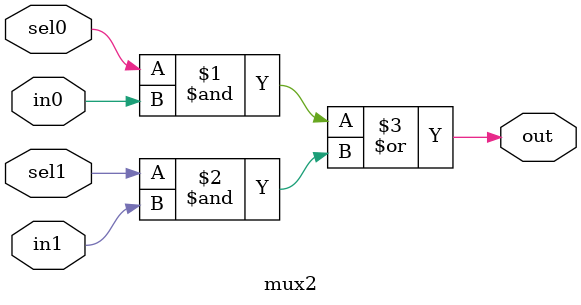
<source format=v>
module mux2 #(parameter DW = 1 ) // width of mux
   (
    input 	    sel1,
    input 	    sel0,
    input [DW-1:0]  in1,
    input [DW-1:0]  in0, 
    output [DW-1:0] out  //selected data output
    );
   
   assign out[DW-1:0] = ({(DW){sel0}} & in0[DW-1:0] |
			 {(DW){sel1}} & in1[DW-1:0]);
   
			   
endmodule // mux2
</source>
